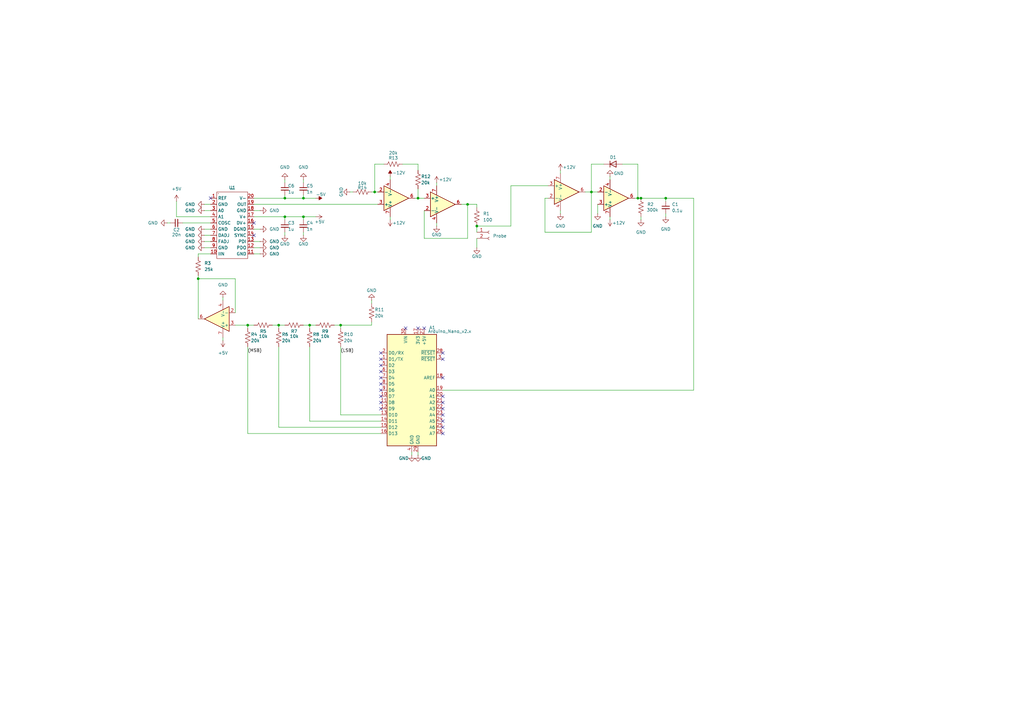
<source format=kicad_sch>
(kicad_sch (version 20250114) (generator "eeschema") (generator_version "9.0")
  (paper "A3")
  (lib_symbols
    (symbol "Amplifier_Operational:AD8001AN" (pin_names (offset 0.127))
      (property "Reference" "U" (at 0 6.35 0))
      (property "Value" "AD8001AN" (at 0 3.81 0))
      (symbol "AD8001AN_0_1"
        (polyline (pts (xy -5.08 5.08) (xy 5.08 0) (xy -5.08 -5.08) (xy -5.08 5.08)) (stroke (width 0.254)) (fill (type background)))
      )
      (symbol "AD8001AN_1_1"
        (pin input line (at -7.62 2.54 0) (length 2.54) (name "+") (number "3"))
        (pin input line (at -7.62 -2.54 0) (length 2.54) (name "-") (number "2"))
        (pin no_connect line (at -5.08 -2.54 90) (length 2.54) (hide yes) (name "NC") (number "1"))
        (pin power_in line (at -2.54 7.62 270) (length 3.81) (name "V+") (number "7"))
        (pin no_connect line (at -2.54 -2.54 90) (length 2.54) (hide yes) (name "NC") (number "5"))
        (pin power_in line (at -2.54 -7.62 90) (length 3.81) (name "V-") (number "4"))
        (pin no_connect line (at 0 -2.54 90) (length 2.54) (hide yes) (name "NC") (number "8"))
        (pin output line (at 7.62 0 180) (length 2.54) (name "~") (number "6"))
      )
    )
    (symbol "BowelProbe:MAX038CPP"
      (property "Reference" "U1" (at 0 1.778 0))
      (property "Value" "~" (at 0 1.27 0))
      (symbol "MAX038CPP_0_1"
        (rectangle (start -6.35 0) (end 6.35 -27.305))
        (circle (center -5.715 -0.635) (radius 0.0001))
      )
      (symbol "MAX038CPP_1_1"
        (pin power_out line (at -8.89 -2.54 0) (length 2.54) (name "REF") (number "1"))
        (pin power_in line (at -8.89 -5.08 0) (length 2.54) (name "GND") (number "2"))
        (pin input line (at -8.89 -7.62 0) (length 2.54) (name "A0") (number "3"))
        (pin input line (at -8.89 -10.16 0) (length 2.54) (name "A1") (number "4"))
        (pin passive line (at -8.89 -12.7 0) (length 2.54) (name "COSC") (number "5"))
        (pin power_in line (at -8.89 -15.24 0) (length 2.54) (name "GND") (number "6"))
        (pin input line (at -8.89 -17.78 0) (length 2.54) (name "DADJ") (number "7"))
        (pin input line (at -8.89 -20.32 0) (length 2.54) (name "FADJ") (number "8"))
        (pin power_in line (at -8.89 -22.86 0) (length 2.54) (name "GND") (number "9"))
        (pin input line (at -8.89 -25.4 0) (length 2.54) (name "IIN") (number "10"))
        (pin power_in line (at 8.89 -2.54 180) (length 2.54) (name "V-") (number "20"))
        (pin power_out line (at 8.89 -5.08 180) (length 2.54) (name "OUT") (number "19"))
        (pin power_in line (at 8.89 -7.62 180) (length 2.54) (name "GND") (number "18"))
        (pin power_in line (at 8.89 -10.16 180) (length 2.54) (name "V+") (number "17"))
        (pin power_in line (at 8.89 -12.7 180) (length 2.54) (name "DV+") (number "16"))
        (pin power_in line (at 8.89 -15.24 180) (length 2.54) (name "DGND") (number "15"))
        (pin input line (at 8.89 -17.78 180) (length 2.54) (name "SYNC") (number "14"))
        (pin input line (at 8.89 -20.32 180) (length 2.54) (name "PDI") (number "13"))
        (pin output line (at 8.89 -22.86 180) (length 2.54) (name "PDO") (number "12"))
        (pin power_in line (at 8.89 -25.4 180) (length 2.54) (name "GND") (number "11"))
      )
    )
    (symbol "Connector:Conn_01x02_Socket" (pin_names (offset 1.016) (hide yes))
      (property "Reference" "J" (at 0 2.54 0))
      (property "Value" "Conn_01x02_Socket" (at 0 -5.08 0))
      (symbol "Conn_01x02_Socket_1_1"
        (polyline (pts (xy -1.27 0) (xy -0.508 0)) (stroke (width 0.1524)))
        (polyline (pts (xy -1.27 -2.54) (xy -0.508 -2.54)) (stroke (width 0.1524)))
        (arc (start 0 -0.508) (mid -0.5058 0) (end 0 0.508) (stroke (width 0.1524)))
        (arc (start 0 -3.048) (mid -0.5058 -2.54) (end 0 -2.032) (stroke (width 0.1524)))
        (pin passive line (at -5.08 0 0) (length 3.81) (name "Pin_1") (number "1"))
        (pin passive line (at -5.08 -2.54 0) (length 3.81) (name "Pin_2") (number "2"))
      )
    )
    (symbol "Device:C_Small" (pin_numbers (hide yes)) (pin_names (offset 0.254) (hide yes))
      (property "Reference" "C" (at 0.254 1.778 0))
      (property "Value" "C_Small" (at 0.254 -2.032 0))
      (symbol "C_Small_0_1"
        (polyline (pts (xy -1.524 0.508) (xy 1.524 0.508)) (stroke (width 0.3048)))
        (polyline (pts (xy -1.524 -0.508) (xy 1.524 -0.508)) (stroke (width 0.3302)))
      )
      (symbol "C_Small_1_1"
        (pin passive line (at 0 2.54 270) (length 2.032) (name "~") (number "1"))
        (pin passive line (at 0 -2.54 90) (length 2.032) (name "~") (number "2"))
      )
    )
    (symbol "Device:R_US" (pin_numbers (hide yes)) (pin_names (offset 0))
      (property "Reference" "R" (at 2.54 0 90))
      (property "Value" "R_US" (at -2.54 0 90))
      (symbol "R_US_0_1"
        (polyline (pts (xy 0 2.286) (xy 0 2.54)))
        (polyline (pts (xy 0 2.286) (xy 1.016 1.905) (xy 0 1.524) (xy -1.016 1.143) (xy 0 0.762)))
        (polyline (pts (xy 0 0.762) (xy 1.016 0.381) (xy 0 0) (xy -1.016 -0.381) (xy 0 -0.762)))
        (polyline (pts (xy 0 -0.762) (xy 1.016 -1.143) (xy 0 -1.524) (xy -1.016 -1.905) (xy 0 -2.286)))
        (polyline (pts (xy 0 -2.286) (xy 0 -2.54)))
      )
      (symbol "R_US_1_1"
        (pin passive line (at 0 3.81 270) (length 1.27) (name "~") (number "1"))
        (pin passive line (at 0 -3.81 90) (length 1.27) (name "~") (number "2"))
      )
    )
    (symbol "Diode:1N4001" (pin_numbers (hide yes)) (pin_names (hide yes))
      (property "Reference" "D" (at 0 2.54 0))
      (property "Value" "1N4001" (at 0 -2.54 0))
      (symbol "1N4001_0_1"
        (polyline (pts (xy -1.27 1.27) (xy -1.27 -1.27)) (stroke (width 0.254)))
        (polyline (pts (xy 1.27 1.27) (xy 1.27 -1.27) (xy -1.27 0) (xy 1.27 1.27)) (stroke (width 0.254)))
        (polyline (pts (xy 1.27 0) (xy -1.27 0)))
      )
      (symbol "1N4001_1_1"
        (pin passive line (at -3.81 0 0) (length 2.54) (name "K") (number "1"))
        (pin passive line (at 3.81 0 180) (length 2.54) (name "A") (number "2"))
      )
    )
    (symbol "MCU_Module:Arduino_Nano_v2.x"
      (property "Reference" "A" (at -10.16 23.495 0))
      (property "Value" "Arduino_Nano_v2.x" (at 5.08 -24.13 0))
      (symbol "Arduino_Nano_v2.x_0_1"
        (rectangle (start -10.16 22.86) (end 10.16 -22.86) (stroke (width 0.254)) (fill (type background)))
      )
      (symbol "Arduino_Nano_v2.x_1_1"
        (pin bidirectional line (at -12.7 15.24 0) (length 2.54) (name "D0/RX") (number "2"))
        (pin bidirectional line (at -12.7 12.7 0) (length 2.54) (name "D1/TX") (number "1"))
        (pin bidirectional line (at -12.7 10.16 0) (length 2.54) (name "D2") (number "5"))
        (pin bidirectional line (at -12.7 7.62 0) (length 2.54) (name "D3") (number "6"))
        (pin bidirectional line (at -12.7 5.08 0) (length 2.54) (name "D4") (number "7"))
        (pin bidirectional line (at -12.7 2.54 0) (length 2.54) (name "D5") (number "8"))
        (pin bidirectional line (at -12.7 0 0) (length 2.54) (name "D6") (number "9"))
        (pin bidirectional line (at -12.7 -2.54 0) (length 2.54) (name "D7") (number "10"))
        (pin bidirectional line (at -12.7 -5.08 0) (length 2.54) (name "D8") (number "11"))
        (pin bidirectional line (at -12.7 -7.62 0) (length 2.54) (name "D9") (number "12"))
        (pin bidirectional line (at -12.7 -10.16 0) (length 2.54) (name "D10") (number "13"))
        (pin bidirectional line (at -12.7 -12.7 0) (length 2.54) (name "D11") (number "14"))
        (pin bidirectional line (at -12.7 -15.24 0) (length 2.54) (name "D12") (number "15"))
        (pin bidirectional line (at -12.7 -17.78 0) (length 2.54) (name "D13") (number "16"))
        (pin power_in line (at -2.54 25.4 270) (length 2.54) (name "VIN") (number "30"))
        (pin power_in line (at 0 -25.4 90) (length 2.54) (name "GND") (number "4"))
        (pin power_out line (at 2.54 25.4 270) (length 2.54) (name "3V3") (number "17"))
        (pin power_in line (at 2.54 -25.4 90) (length 2.54) (name "GND") (number "29"))
        (pin power_out line (at 5.08 25.4 270) (length 2.54) (name "+5V") (number "27"))
        (pin input line (at 12.7 15.24 180) (length 2.54) (name "~{RESET}") (number "28"))
        (pin input line (at 12.7 12.7 180) (length 2.54) (name "~{RESET}") (number "3"))
        (pin input line (at 12.7 5.08 180) (length 2.54) (name "AREF") (number "18"))
        (pin bidirectional line (at 12.7 0 180) (length 2.54) (name "A0") (number "19"))
        (pin bidirectional line (at 12.7 -2.54 180) (length 2.54) (name "A1") (number "20"))
        (pin bidirectional line (at 12.7 -5.08 180) (length 2.54) (name "A2") (number "21"))
        (pin bidirectional line (at 12.7 -7.62 180) (length 2.54) (name "A3") (number "22"))
        (pin bidirectional line (at 12.7 -10.16 180) (length 2.54) (name "A4") (number "23"))
        (pin bidirectional line (at 12.7 -12.7 180) (length 2.54) (name "A5") (number "24"))
        (pin bidirectional line (at 12.7 -15.24 180) (length 2.54) (name "A6") (number "25"))
        (pin bidirectional line (at 12.7 -17.78 180) (length 2.54) (name "A7") (number "26"))
      )
    )
    (symbol "power:+12V" (power) (pin_numbers (hide yes)) (pin_names (offset 0) (hide yes))
      (property "Value" "+12V" (at 0 3.556 0))
      (symbol "+12V_0_1"
        (polyline (pts (xy -0.762 1.27) (xy 0 2.54)))
        (polyline (pts (xy 0 2.54) (xy 0.762 1.27)))
        (polyline (pts (xy 0 0) (xy 0 2.54)))
      )
      (symbol "+12V_1_1"
        (pin power_in line (at 0 0 90) (length 0) (name "~") (number "1"))
      )
    )
    (symbol "power:+5V" (power) (pin_numbers (hide yes)) (pin_names (offset 0) (hide yes))
      (property "Value" "+5V" (at 0 3.556 0))
      (symbol "+5V_0_1"
        (polyline (pts (xy -0.762 1.27) (xy 0 2.54)))
        (polyline (pts (xy 0 2.54) (xy 0.762 1.27)))
        (polyline (pts (xy 0 0) (xy 0 2.54)))
      )
      (symbol "+5V_1_1"
        (pin power_in line (at 0 0 90) (length 0) (name "~") (number "1"))
      )
    )
    (symbol "power:-12V" (power) (pin_numbers (hide yes)) (pin_names (offset 0) (hide yes))
      (property "Value" "-12V" (at 0 3.556 0))
      (symbol "-12V_0_0"
        (pin power_in line (at 0 0 90) (length 0) (name "~") (number "1"))
      )
      (symbol "-12V_0_1"
        (polyline (pts (xy 0 0) (xy 0 1.27) (xy 0.762 1.27) (xy 0 2.54) (xy -0.762 1.27) (xy 0 1.27)) (fill (type outline)))
      )
    )
    (symbol "power:-5V" (power) (pin_numbers (hide yes)) (pin_names (offset 0) (hide yes))
      (property "Value" "-5V" (at 0 3.556 0))
      (symbol "-5V_0_0"
        (pin power_in line (at 0 0 90) (length 0) (name "~") (number "1"))
      )
      (symbol "-5V_0_1"
        (polyline (pts (xy 0 0) (xy 0 1.27) (xy 0.762 1.27) (xy 0 2.54) (xy -0.762 1.27) (xy 0 1.27)) (fill (type outline)))
      )
    )
    (symbol "power:GND" (power) (pin_numbers (hide yes)) (pin_names (offset 0) (hide yes))
      (property "Value" "GND" (at 0 -3.81 0))
      (symbol "GND_0_1"
        (polyline (pts (xy 0 0) (xy 0 -1.27) (xy 1.27 -1.27) (xy 0 -2.54) (xy -1.27 -1.27) (xy 0 -1.27)))
      )
      (symbol "GND_1_1"
        (pin power_in line (at 0 0 270) (length 0) (name "~") (number "1"))
      )
    )
  )
  (junction (at 262.89 81.28))
  (junction (at 101.6 133.35))
  (junction (at 153.67 78.74))
  (junction (at 127 133.35))
  (junction (at 171.45 81.28))
  (junction (at 195.58 92.71))
  (junction (at 261.62 81.28))
  (junction (at 81.28 114.3))
  (junction (at 116.84 81.28))
  (junction (at 124.46 88.9))
  (junction (at 116.84 88.9))
  (junction (at 124.46 81.28))
  (junction (at 273.05 81.28))
  (junction (at 242.57 78.74))
  (junction (at 114.3 133.35))
  (junction (at 191.77 83.82))
  (junction (at 139.7 133.35))
  (no_connect (at 181.61 167.64))
  (no_connect (at 156.21 157.48))
  (no_connect (at 156.21 147.32))
  (no_connect (at 181.61 154.94))
  (no_connect (at 156.21 144.78))
  (no_connect (at 181.61 170.18))
  (no_connect (at 156.21 154.94))
  (no_connect (at 166.37 134.62))
  (no_connect (at 181.61 177.8))
  (no_connect (at 156.21 149.86))
  (no_connect (at 156.21 152.4))
  (no_connect (at 104.14 91.44))
  (no_connect (at 181.61 175.26))
  (no_connect (at 181.61 147.32))
  (no_connect (at 171.45 134.62))
  (no_connect (at 156.21 165.1))
  (no_connect (at 156.21 167.64))
  (no_connect (at 173.99 134.62))
  (no_connect (at 181.61 162.56))
  (no_connect (at 156.21 162.56))
  (no_connect (at 104.14 96.52))
  (no_connect (at 181.61 172.72))
  (no_connect (at 86.36 81.28))
  (no_connect (at 181.61 144.78))
  (no_connect (at 156.21 160.02))
  (no_connect (at 181.61 165.1))
  (wire (pts (xy 273.05 81.28) (xy 284.48 81.28)))
  (wire (pts (xy 143.51 78.74) (xy 144.78 78.74)))
  (wire (pts (xy 81.28 114.3) (xy 81.28 130.81)))
  (wire (pts (xy 152.4 123.19) (xy 152.4 124.46)))
  (wire (pts (xy 284.48 160.02) (xy 181.61 160.02)))
  (wire (pts (xy 137.16 133.35) (xy 139.7 133.35)))
  (wire (pts (xy 242.57 78.74) (xy 245.11 78.74)))
  (wire (pts (xy 74.93 91.44) (xy 86.36 91.44)))
  (wire (pts (xy 240.03 78.74) (xy 242.57 78.74)))
  (wire (pts (xy 171.45 67.31) (xy 171.45 69.85)))
  (wire (pts (xy 83.82 93.98) (xy 86.36 93.98)))
  (wire (pts (xy 83.82 99.06) (xy 86.36 99.06)))
  (wire (pts (xy 104.14 83.82) (xy 154.94 83.82)))
  (wire (pts (xy 209.55 92.71) (xy 209.55 76.2)))
  (wire (pts (xy 195.58 92.71) (xy 209.55 92.71)))
  (wire (pts (xy 171.45 81.28) (xy 173.99 81.28)))
  (wire (pts (xy 124.46 73.66) (xy 124.46 74.93)))
  (wire (pts (xy 242.57 78.74) (xy 242.57 95.25)))
  (wire (pts (xy 262.89 88.9) (xy 262.89 90.17)))
  (wire (pts (xy 96.52 133.35) (xy 101.6 133.35)))
  (wire (pts (xy 173.99 86.36) (xy 173.99 97.79)))
  (wire (pts (xy 83.82 83.82) (xy 86.36 83.82)))
  (wire (pts (xy 81.28 113.03) (xy 81.28 114.3)))
  (wire (pts (xy 273.05 81.28) (xy 273.05 82.55)))
  (wire (pts (xy 170.18 81.28) (xy 171.45 81.28)))
  (wire (pts (xy 165.1 67.31) (xy 171.45 67.31)))
  (wire (pts (xy 101.6 133.35) (xy 101.6 134.62)))
  (wire (pts (xy 104.14 104.14) (xy 106.68 104.14)))
  (wire (pts (xy 153.67 67.31) (xy 157.48 67.31)))
  (wire (pts (xy 86.36 88.9) (xy 72.39 88.9)))
  (wire (pts (xy 96.52 128.27) (xy 96.52 114.3)))
  (wire (pts (xy 250.19 72.39) (xy 250.19 73.66)))
  (wire (pts (xy 255.27 67.31) (xy 261.62 67.31)))
  (wire (pts (xy 229.87 86.36) (xy 229.87 87.63)))
  (wire (pts (xy 156.21 170.18) (xy 139.7 170.18)))
  (wire (pts (xy 124.46 133.35) (xy 127 133.35)))
  (wire (pts (xy 160.02 88.9) (xy 160.02 90.17)))
  (wire (pts (xy 104.14 81.28) (xy 116.84 81.28)))
  (wire (pts (xy 156.21 175.26) (xy 114.3 175.26)))
  (wire (pts (xy 179.07 91.44) (xy 179.07 92.71)))
  (wire (pts (xy 191.77 83.82) (xy 191.77 97.79)))
  (wire (pts (xy 195.58 85.09) (xy 195.58 83.82)))
  (wire (pts (xy 114.3 133.35) (xy 116.84 133.35)))
  (wire (pts (xy 114.3 142.24) (xy 114.3 175.26)))
  (wire (pts (xy 139.7 133.35) (xy 139.7 134.62)))
  (wire (pts (xy 124.46 80.01) (xy 124.46 81.28)))
  (wire (pts (xy 171.45 185.42) (xy 171.45 186.69)))
  (wire (pts (xy 152.4 78.74) (xy 153.67 78.74)))
  (wire (pts (xy 124.46 90.17) (xy 124.46 88.9)))
  (wire (pts (xy 242.57 78.74) (xy 242.57 67.31)))
  (wire (pts (xy 81.28 104.14) (xy 81.28 105.41)))
  (wire (pts (xy 116.84 88.9) (xy 124.46 88.9)))
  (wire (pts (xy 101.6 133.35) (xy 104.14 133.35)))
  (wire (pts (xy 81.28 114.3) (xy 96.52 114.3)))
  (wire (pts (xy 261.62 81.28) (xy 260.35 81.28)))
  (wire (pts (xy 273.05 87.63) (xy 273.05 88.9)))
  (wire (pts (xy 124.46 88.9) (xy 129.54 88.9)))
  (wire (pts (xy 171.45 77.47) (xy 171.45 81.28)))
  (wire (pts (xy 83.82 86.36) (xy 86.36 86.36)))
  (wire (pts (xy 250.19 88.9) (xy 250.19 90.17)))
  (wire (pts (xy 261.62 67.31) (xy 261.62 81.28)))
  (wire (pts (xy 156.21 177.8) (xy 101.6 177.8)))
  (wire (pts (xy 104.14 93.98) (xy 106.68 93.98)))
  (wire (pts (xy 124.46 95.25) (xy 124.46 96.52)))
  (wire (pts (xy 104.14 99.06) (xy 106.68 99.06)))
  (wire (pts (xy 104.14 86.36) (xy 106.68 86.36)))
  (wire (pts (xy 156.21 172.72) (xy 127 172.72)))
  (wire (pts (xy 284.48 81.28) (xy 284.48 160.02)))
  (wire (pts (xy 262.89 81.28) (xy 273.05 81.28)))
  (wire (pts (xy 104.14 101.6) (xy 106.68 101.6)))
  (wire (pts (xy 224.79 81.28) (xy 223.52 81.28)))
  (wire (pts (xy 111.76 133.35) (xy 114.3 133.35)))
  (wire (pts (xy 195.58 97.79) (xy 195.58 101.6)))
  (wire (pts (xy 72.39 88.9) (xy 72.39 82.55)))
  (wire (pts (xy 127 133.35) (xy 129.54 133.35)))
  (wire (pts (xy 91.44 121.92) (xy 91.44 123.19)))
  (wire (pts (xy 223.52 81.28) (xy 223.52 95.25)))
  (wire (pts (xy 83.82 101.6) (xy 86.36 101.6)))
  (wire (pts (xy 116.84 90.17) (xy 116.84 88.9)))
  (wire (pts (xy 229.87 69.85) (xy 229.87 71.12)))
  (wire (pts (xy 114.3 133.35) (xy 114.3 134.62)))
  (wire (pts (xy 124.46 81.28) (xy 129.54 81.28)))
  (wire (pts (xy 91.44 138.43) (xy 91.44 139.7)))
  (wire (pts (xy 195.58 92.71) (xy 195.58 95.25)))
  (wire (pts (xy 116.84 81.28) (xy 124.46 81.28)))
  (wire (pts (xy 81.28 104.14) (xy 86.36 104.14)))
  (wire (pts (xy 160.02 72.39) (xy 160.02 73.66)))
  (wire (pts (xy 116.84 73.66) (xy 116.84 74.93)))
  (wire (pts (xy 116.84 80.01) (xy 116.84 81.28)))
  (wire (pts (xy 101.6 177.8) (xy 101.6 142.24)))
  (wire (pts (xy 152.4 133.35) (xy 152.4 132.08)))
  (wire (pts (xy 209.55 76.2) (xy 224.79 76.2)))
  (wire (pts (xy 245.11 83.82) (xy 245.11 87.63)))
  (wire (pts (xy 179.07 74.93) (xy 179.07 76.2)))
  (wire (pts (xy 139.7 133.35) (xy 152.4 133.35)))
  (wire (pts (xy 168.91 185.42) (xy 168.91 186.69)))
  (wire (pts (xy 127 172.72) (xy 127 142.24)))
  (wire (pts (xy 173.99 97.79) (xy 191.77 97.79)))
  (wire (pts (xy 116.84 95.25) (xy 116.84 96.52)))
  (wire (pts (xy 261.62 81.28) (xy 262.89 81.28)))
  (wire (pts (xy 191.77 83.82) (xy 195.58 83.82)))
  (wire (pts (xy 139.7 170.18) (xy 139.7 142.24)))
  (wire (pts (xy 242.57 67.31) (xy 247.65 67.31)))
  (wire (pts (xy 153.67 78.74) (xy 154.94 78.74)))
  (wire (pts (xy 223.52 95.25) (xy 242.57 95.25)))
  (wire (pts (xy 153.67 78.74) (xy 153.67 67.31)))
  (wire (pts (xy 189.23 83.82) (xy 191.77 83.82)))
  (wire (pts (xy 104.14 88.9) (xy 116.84 88.9)))
  (wire (pts (xy 83.82 96.52) (xy 86.36 96.52)))
  (wire (pts (xy 127 133.35) (xy 127 134.62)))
  (wire (pts (xy 68.58 91.44) (xy 69.85 91.44)))
  (label "(MSB)" (at 101.6 144.78 0))
  (label "(LSB)" (at 139.7 144.78 0))
  (symbol (lib_id "Device:R_US") (at 101.6 138.43 0) (unit 1)
    (property "Reference" "R4" (at 102.87 137.16 0) (effects (justify left)))
    (property "Value" "20k" (at 102.87 139.7 0) (effects (justify left)))
    (property "Description" "Resistor, US symbol" (effects (hide yes)))
  )
  (symbol (lib_id "power:GND") (at 106.68 93.98 90) (unit 1)
    (property "Reference" "#PWR013" (effects (hide yes)))
    (property "Value" "GND" (at 110.49 93.9799 90) (effects (justify right)))
    (property "Description" "Power symbol creates a global label with name \"GND\" , ground" (effects (hide yes)))
  )
  (symbol (lib_id "Device:C_Small") (at 116.84 77.47 0) (unit 1)
    (property "Reference" "C6" (at 118.11 76.2 0) (effects (justify left)))
    (property "Value" "1u" (at 118.11 78.74 0) (effects (justify left)))
    (property "Description" "Unpolarized capacitor, small symbol" (effects (hide yes)))
  )
  (symbol (lib_id "power:-5V") (at 129.54 81.28 270) (unit 1)
    (property "Reference" "#PWR023" (effects (hide yes)))
    (property "Value" "-5V" (at 129.54 79.756 90) (effects (justify left)))
    (property "Description" "Power symbol creates a global label with name \"-5V\"" (effects (hide yes)))
  )
  (symbol (lib_id "Amplifier_Operational:AD8001AN") (at 232.41 78.74 0) (unit 1)
    (property "Reference" "U3" (effects (hide yes)))
  )
  (symbol (lib_id "power:GND") (at 229.87 87.63 0) (unit 1)
    (property "Reference" "#PWR05" (effects (hide yes)))
    (property "Value" "GND" (at 229.87 92.71 0))
    (property "Description" "Power symbol creates a global label with name \"GND\" , ground" (effects (hide yes)))
  )
  (symbol (lib_id "power:GND") (at 83.82 93.98 270) (unit 1)
    (property "Reference" "#PWR014" (effects (hide yes)))
    (property "Value" "GND" (at 80.01 93.9799 90) (effects (justify right)))
    (property "Description" "Power symbol creates a global label with name \"GND\" , ground" (effects (hide yes)))
  )
  (symbol (lib_id "Device:R_US") (at 152.4 128.27 0) (unit 1)
    (property "Reference" "R11" (at 153.67 127 0) (effects (justify left)))
    (property "Value" "20k" (at 153.67 129.54 0) (effects (justify left)))
    (property "Description" "Resistor, US symbol" (effects (hide yes)))
  )
  (symbol (lib_id "power:+12V") (at 229.87 69.85 0) (unit 1)
    (property "Reference" "#PWR06" (effects (hide yes)))
    (property "Value" "+12V" (at 233.426 68.58 0))
    (property "Description" "Power symbol creates a global label with name \"+12V\"" (effects (hide yes)))
  )
  (symbol (lib_id "power:GND") (at 83.82 99.06 270) (unit 1)
    (property "Reference" "#PWR016" (effects (hide yes)))
    (property "Value" "GND" (at 80.01 99.0599 90) (effects (justify right)))
    (property "Description" "Power symbol creates a global label with name \"GND\" , ground" (effects (hide yes)))
  )
  (symbol (lib_id "Device:R_US") (at 120.65 133.35 90) (unit 1)
    (property "Reference" "R7" (at 120.65 135.89 90))
    (property "Value" "10k" (at 120.65 137.922 90))
    (property "Description" "Resistor, US symbol" (effects (hide yes)))
  )
  (symbol (lib_id "power:GND") (at 83.82 83.82 270) (unit 1)
    (property "Reference" "#PWR018" (effects (hide yes)))
    (property "Value" "GND" (at 80.01 83.8199 90) (effects (justify right)))
    (property "Description" "Power symbol creates a global label with name \"GND\" , ground" (effects (hide yes)))
  )
  (symbol (lib_id "power:GND") (at 168.91 186.69 0) (unit 1)
    (property "Reference" "#PWR038" (effects (hide yes)))
    (property "Value" "GND" (at 165.608 187.96 0))
    (property "Description" "Power symbol creates a global label with name \"GND\" , ground" (effects (hide yes)))
  )
  (symbol (lib_id "power:GND") (at 106.68 104.14 90) (unit 1)
    (property "Reference" "#PWR012" (effects (hide yes)))
    (property "Value" "GND" (at 110.49 104.1399 90) (effects (justify right)))
    (property "Description" "Power symbol creates a global label with name \"GND\" , ground" (effects (hide yes)))
  )
  (symbol (lib_id "Device:R_US") (at 161.29 67.31 270) (unit 1)
    (property "Reference" "R13" (at 161.29 64.77 90))
    (property "Value" "20k" (at 161.29 62.738 90))
    (property "Description" "Resistor, US symbol" (effects (hide yes)))
  )
  (symbol (lib_id "power:GND") (at 83.82 101.6 270) (unit 1)
    (property "Reference" "#PWR017" (effects (hide yes)))
    (property "Value" "GND" (at 80.01 101.5999 90) (effects (justify right)))
    (property "Description" "Power symbol creates a global label with name \"GND\" , ground" (effects (hide yes)))
  )
  (symbol (lib_id "power:GND") (at 195.58 101.6 0) (unit 1)
    (property "Reference" "#PWR035" (effects (hide yes)))
    (property "Value" "GND" (at 195.58 105.156 0))
    (property "Description" "Power symbol creates a global label with name \"GND\" , ground" (effects (hide yes)))
  )
  (symbol (lib_id "Device:C_Small") (at 273.05 85.09 0) (unit 1)
    (property "Reference" "C1" (at 275.59 83.8262 0) (effects (justify left)))
    (property "Value" "0.1u" (at 275.59 86.3662 0) (effects (justify left)))
    (property "Description" "Unpolarized capacitor, small symbol" (effects (hide yes)))
  )
  (symbol (lib_id "power:GND") (at 179.07 92.71 0) (unit 1)
    (property "Reference" "#PWR036" (effects (hide yes)))
    (property "Value" "GND" (at 179.07 96.266 0))
    (property "Description" "Power symbol creates a global label with name \"GND\" , ground" (effects (hide yes)))
  )
  (symbol (lib_id "power:GND") (at 250.19 72.39 180) (unit 1)
    (property "Reference" "#PWR040" (effects (hide yes)))
    (property "Value" "GND" (at 253.746 71.12 0))
    (property "Description" "Power symbol creates a global label with name \"GND\" , ground" (effects (hide yes)))
  )
  (symbol (lib_id "power:GND") (at 106.68 101.6 90) (unit 1)
    (property "Reference" "#PWR020" (effects (hide yes)))
    (property "Value" "GND" (at 110.49 101.5999 90) (effects (justify right)))
    (property "Description" "Power symbol creates a global label with name \"GND\" , ground" (effects (hide yes)))
  )
  (symbol (lib_id "power:+5V") (at 129.54 88.9 270) (unit 1)
    (property "Reference" "#PWR026" (effects (hide yes)))
    (property "Value" "+5V" (at 129.032 90.932 90) (effects (justify left)))
    (property "Description" "Power symbol creates a global label with name \"+5V\"" (effects (hide yes)))
  )
  (symbol (lib_id "power:GND") (at 83.82 96.52 270) (unit 1)
    (property "Reference" "#PWR015" (effects (hide yes)))
    (property "Value" "GND" (at 80.01 96.5199 90) (effects (justify right)))
    (property "Description" "Power symbol creates a global label with name \"GND\" , ground" (effects (hide yes)))
  )
  (symbol (lib_id "Device:C_Small") (at 124.46 92.71 0) (unit 1)
    (property "Reference" "C4" (at 125.73 91.44 0) (effects (justify left)))
    (property "Value" "1n" (at 125.73 93.98 0) (effects (justify left)))
    (property "Description" "Unpolarized capacitor, small symbol" (effects (hide yes)))
  )
  (symbol (lib_id "Amplifier_Operational:AD8001AN") (at 162.56 81.28 0) (mirror x) (unit 1)
    (property "Reference" "U5" (effects (hide yes)))
  )
  (symbol (lib_id "Amplifier_Operational:AD8001AN") (at 181.61 83.82 0) (unit 1)
    (property "Reference" "U6" (effects (hide yes)))
  )
  (symbol (lib_id "Device:R_US") (at 81.28 109.22 0) (unit 1)
    (property "Reference" "R3" (at 83.82 107.9499 0) (effects (justify left)))
    (property "Value" "25k" (at 83.82 110.4899 0) (effects (justify left)))
    (property "Description" "Resistor, US symbol" (effects (hide yes)))
  )
  (symbol (lib_id "power:GND") (at 262.89 90.17 0) (unit 1)
    (property "Reference" "#PWR08" (effects (hide yes)))
    (property "Value" "GND" (at 262.89 95.25 0))
    (property "Description" "Power symbol creates a global label with name \"GND\" , ground" (effects (hide yes)))
  )
  (symbol (lib_id "power:+5V") (at 91.44 139.7 180) (unit 1)
    (property "Reference" "#PWR031" (effects (hide yes)))
    (property "Value" "+5V" (at 91.44 144.78 0))
    (property "Description" "Power symbol creates a global label with name \"+5V\"" (effects (hide yes)))
  )
  (symbol (lib_id "power:GND") (at 91.44 121.92 180) (unit 1)
    (property "Reference" "#PWR030" (effects (hide yes)))
    (property "Value" "GND" (at 91.44 116.84 0))
    (property "Description" "Power symbol creates a global label with name \"GND\" , ground" (effects (hide yes)))
  )
  (symbol (lib_id "Device:R_US") (at 262.89 85.09 0) (unit 1)
    (property "Reference" "R2" (at 265.43 83.8199 0) (effects (justify left)))
    (property "Value" "300k" (at 265.176 86.106 0) (effects (justify left)))
    (property "Description" "Resistor, US symbol" (effects (hide yes)))
  )
  (symbol (lib_id "power:GND") (at 124.46 96.52 0) (unit 1)
    (property "Reference" "#PWR029" (effects (hide yes)))
    (property "Value" "GND" (at 124.46 100.076 0))
    (property "Description" "Power symbol creates a global label with name \"GND\" , ground" (effects (hide yes)))
  )
  (symbol (lib_id "Device:R_US") (at 127 138.43 0) (unit 1)
    (property "Reference" "R8" (at 128.27 137.16 0) (effects (justify left)))
    (property "Value" "20k" (at 128.27 139.7 0) (effects (justify left)))
    (property "Description" "Resistor, US symbol" (effects (hide yes)))
  )
  (symbol (lib_id "power:GND") (at 152.4 123.19 180) (unit 1)
    (property "Reference" "#PWR04" (effects (hide yes)))
    (property "Value" "GND" (at 152.4 119.126 0))
    (property "Description" "Power symbol creates a global label with name \"GND\" , ground" (effects (hide yes)))
  )
  (symbol (lib_id "power:GND") (at 245.11 87.63 0) (unit 1)
    (property "Reference" "#PWR07" (effects (hide yes)))
    (property "Value" "GND" (at 245.11 92.71 0))
    (property "Description" "Power symbol creates a global label with name \"GND\" , ground" (effects (hide yes)))
  )
  (symbol (lib_id "Connector:Conn_01x02_Socket") (at 200.66 95.25 0) (unit 1)
    (property "Reference" "J1" (effects (hide yes)))
    (property "Value" "Probe" (at 202.184 96.774 0) (effects (justify left)))
    (property "Description" "Generic connector, single row, 01x02, script generated" (effects (hide yes)))
  )
  (symbol (lib_id "power:GND") (at 83.82 86.36 270) (unit 1)
    (property "Reference" "#PWR019" (effects (hide yes)))
    (property "Value" "GND" (at 80.01 86.3599 90) (effects (justify right)))
    (property "Description" "Power symbol creates a global label with name \"GND\" , ground" (effects (hide yes)))
  )
  (symbol (lib_id "power:GND") (at 124.46 73.66 180) (unit 1)
    (property "Reference" "#PWR027" (effects (hide yes)))
    (property "Value" "GND" (at 124.46 68.58 0))
    (property "Description" "Power symbol creates a global label with name \"GND\" , ground" (effects (hide yes)))
  )
  (symbol (lib_id "BowelProbe:MAX038CPP") (at 95.25 78.74 0) (unit 1)
    (property "Reference" "U1" (at 95.25 76.962 0))
    (property "Value" "~" (at 95.25 77.47 0))
    (property "Datasheet" "https://www.mouser.com/catalog/specsheets/max038.pdf" (effects (hide yes)))
  )
  (symbol (lib_id "power:GND") (at 116.84 96.52 0) (unit 1)
    (property "Reference" "#PWR028" (effects (hide yes)))
    (property "Value" "GND" (at 116.84 100.076 0))
    (property "Description" "Power symbol creates a global label with name \"GND\" , ground" (effects (hide yes)))
  )
  (symbol (lib_id "Device:C_Small") (at 72.39 91.44 90) (unit 1)
    (property "Reference" "C2" (at 72.39 94.234 90))
    (property "Value" "20n" (at 72.39 96.266 90))
    (property "Description" "Unpolarized capacitor, small symbol" (effects (hide yes)))
  )
  (symbol (lib_id "Device:R_US") (at 114.3 138.43 0) (unit 1)
    (property "Reference" "R6" (at 115.57 137.16 0) (effects (justify left)))
    (property "Value" "20k" (at 115.57 139.7 0) (effects (justify left)))
    (property "Description" "Resistor, US symbol" (effects (hide yes)))
  )
  (symbol (lib_id "power:GND") (at 171.45 186.69 0) (unit 1)
    (property "Reference" "#PWR039" (effects (hide yes)))
    (property "Value" "GND" (at 174.752 187.96 0))
    (property "Description" "Power symbol creates a global label with name \"GND\" , ground" (effects (hide yes)))
  )
  (symbol (lib_id "power:+12V") (at 160.02 90.17 180) (unit 1)
    (property "Reference" "#PWR032" (effects (hide yes)))
    (property "Value" "+12V" (at 163.576 91.44 0))
    (property "Description" "Power symbol creates a global label with name \"+12V\"" (effects (hide yes)))
  )
  (symbol (lib_id "Device:R_US") (at 171.45 73.66 0) (unit 1)
    (property "Reference" "R12" (at 172.72 72.39 0) (effects (justify left)))
    (property "Value" "20k" (at 172.72 74.93 0) (effects (justify left)))
    (property "Description" "Resistor, US symbol" (effects (hide yes)))
  )
  (symbol (lib_id "Amplifier_Operational:AD8001AN") (at 252.73 81.28 0) (mirror x) (unit 1)
    (property "Reference" "U2" (effects (hide yes)))
  )
  (symbol (lib_id "power:GND") (at 68.58 91.44 270) (unit 1)
    (property "Reference" "#PWR022" (effects (hide yes)))
    (property "Value" "GND" (at 64.77 91.4399 90) (effects (justify right)))
    (property "Description" "Power symbol creates a global label with name \"GND\" , ground" (effects (hide yes)))
  )
  (symbol (lib_id "power:-12V") (at 160.02 72.39 0) (unit 1)
    (property "Reference" "#PWR033" (effects (hide yes)))
    (property "Value" "-12V" (at 163.576 70.866 0))
    (property "Description" "Power symbol creates a global label with name \"-12V\"" (effects (hide yes)))
  )
  (symbol (lib_id "Device:R_US") (at 195.58 88.9 0) (unit 1)
    (property "Reference" "R1" (at 198.12 87.6299 0) (effects (justify left)))
    (property "Value" "100" (at 198.12 90.1699 0) (effects (justify left)))
    (property "Description" "Resistor, US symbol" (effects (hide yes)))
  )
  (symbol (lib_id "power:+5V") (at 72.39 82.55 0) (unit 1)
    (property "Reference" "#PWR025" (effects (hide yes)))
    (property "Value" "+5V" (at 72.39 77.47 0))
    (property "Description" "Power symbol creates a global label with name \"+5V\"" (effects (hide yes)))
  )
  (symbol (lib_id "Device:R_US") (at 107.95 133.35 90) (unit 1)
    (property "Reference" "R5" (at 107.95 135.89 90))
    (property "Value" "10k" (at 107.95 137.922 90))
    (property "Description" "Resistor, US symbol" (effects (hide yes)))
  )
  (symbol (lib_id "Amplifier_Operational:AD8001AN") (at 88.9 130.81 180) (unit 1)
    (property "Reference" "U4" (effects (hide yes)))
  )
  (symbol (lib_id "Device:C_Small") (at 124.46 77.47 0) (unit 1)
    (property "Reference" "C5" (at 125.73 76.2 0) (effects (justify left)))
    (property "Value" "1n" (at 125.73 78.74 0) (effects (justify left)))
    (property "Description" "Unpolarized capacitor, small symbol" (effects (hide yes)))
  )
  (symbol (lib_id "power:GND") (at 143.51 78.74 270) (unit 1)
    (property "Reference" "#PWR034" (effects (hide yes)))
    (property "Value" "GND" (at 139.954 78.74 0))
    (property "Description" "Power symbol creates a global label with name \"GND\" , ground" (effects (hide yes)))
  )
  (symbol (lib_id "power:+12V") (at 250.19 90.17 180) (unit 1)
    (property "Reference" "#PWR01" (effects (hide yes)))
    (property "Value" "+12V" (at 253.746 91.44 0))
    (property "Description" "Power symbol creates a global label with name \"+12V\"" (effects (hide yes)))
  )
  (symbol (lib_id "MCU_Module:Arduino_Nano_v2.x") (at 168.91 160.02 0) (unit 1)
    (property "Reference" "A1" (at 176.022 134.366 0) (effects (justify left)))
    (property "Value" "Arduino_Nano_v2.x" (at 175.514 135.89 0) (effects (justify left)))
    (property "Footprint" "Module:Arduino_Nano" (effects (hide yes)))
    (property "Datasheet" "https://www.arduino.cc/en/uploads/Main/ArduinoNanoManual23.pdf" (effects (hide yes)))
    (property "Description" "Arduino Nano v2.x" (effects (hide yes)))
  )
  (symbol (lib_id "power:GND") (at 273.05 88.9 0) (unit 1)
    (property "Reference" "#PWR09" (effects (hide yes)))
    (property "Value" "GND" (at 273.05 93.98 0))
    (property "Description" "Power symbol creates a global label with name \"GND\" , ground" (effects (hide yes)))
  )
  (symbol (lib_id "power:+12V") (at 179.07 74.93 0) (unit 1)
    (property "Reference" "#PWR037" (effects (hide yes)))
    (property "Value" "+12V" (at 182.626 73.66 0))
    (property "Description" "Power symbol creates a global label with name \"+12V\"" (effects (hide yes)))
  )
  (symbol (lib_id "power:GND") (at 116.84 73.66 180) (unit 1)
    (property "Reference" "#PWR024" (effects (hide yes)))
    (property "Value" "GND" (at 116.84 68.58 0))
    (property "Description" "Power symbol creates a global label with name \"GND\" , ground" (effects (hide yes)))
  )
  (symbol (lib_id "Device:R_US") (at 139.7 138.43 0) (unit 1)
    (property "Reference" "R10" (at 140.97 137.16 0) (effects (justify left)))
    (property "Value" "20k" (at 140.97 139.7 0) (effects (justify left)))
    (property "Description" "Resistor, US symbol" (effects (hide yes)))
  )
  (symbol (lib_id "Device:C_Small") (at 116.84 92.71 0) (unit 1)
    (property "Reference" "C3" (at 118.11 91.44 0) (effects (justify left)))
    (property "Value" "1u" (at 118.11 93.98 0) (effects (justify left)))
    (property "Description" "Unpolarized capacitor, small symbol" (effects (hide yes)))
  )
  (symbol (lib_id "power:GND") (at 106.68 99.06 90) (unit 1)
    (property "Reference" "#PWR021" (effects (hide yes)))
    (property "Value" "GND" (at 110.49 99.0599 90) (effects (justify right)))
    (property "Description" "Power symbol creates a global label with name \"GND\" , ground" (effects (hide yes)))
  )
  (symbol (lib_id "Device:R_US") (at 133.35 133.35 90) (unit 1)
    (property "Reference" "R9" (at 133.35 135.89 90))
    (property "Value" "10k" (at 133.35 137.922 90))
    (property "Description" "Resistor, US symbol" (effects (hide yes)))
  )
  (symbol (lib_id "Diode:1N4001") (at 251.46 67.31 0) (unit 1)
    (property "Reference" "D1" (at 251.46 64.516 0))
    (property "Sim.Device" "D" (effects (hide yes)))
    (property "Sim.Pins" "1=K 2=A" (effects (hide yes)))
  )
  (symbol (lib_id "Device:R_US") (at 148.59 78.74 90) (unit 1)
    (property "Reference" "R14" (at 148.59 76.962 90))
    (property "Value" "10k" (at 148.59 75.184 90))
    (property "Description" "Resistor, US symbol" (effects (hide yes)))
  )
  (symbol (lib_id "power:GND") (at 106.68 86.36 90) (unit 1)
    (property "Reference" "#PWR011" (effects (hide yes)))
    (property "Value" "GND" (at 110.49 86.3599 90) (effects (justify right)))
    (property "Description" "Power symbol creates a global label with name \"GND\" , ground" (effects (hide yes)))
  )
)
</source>
